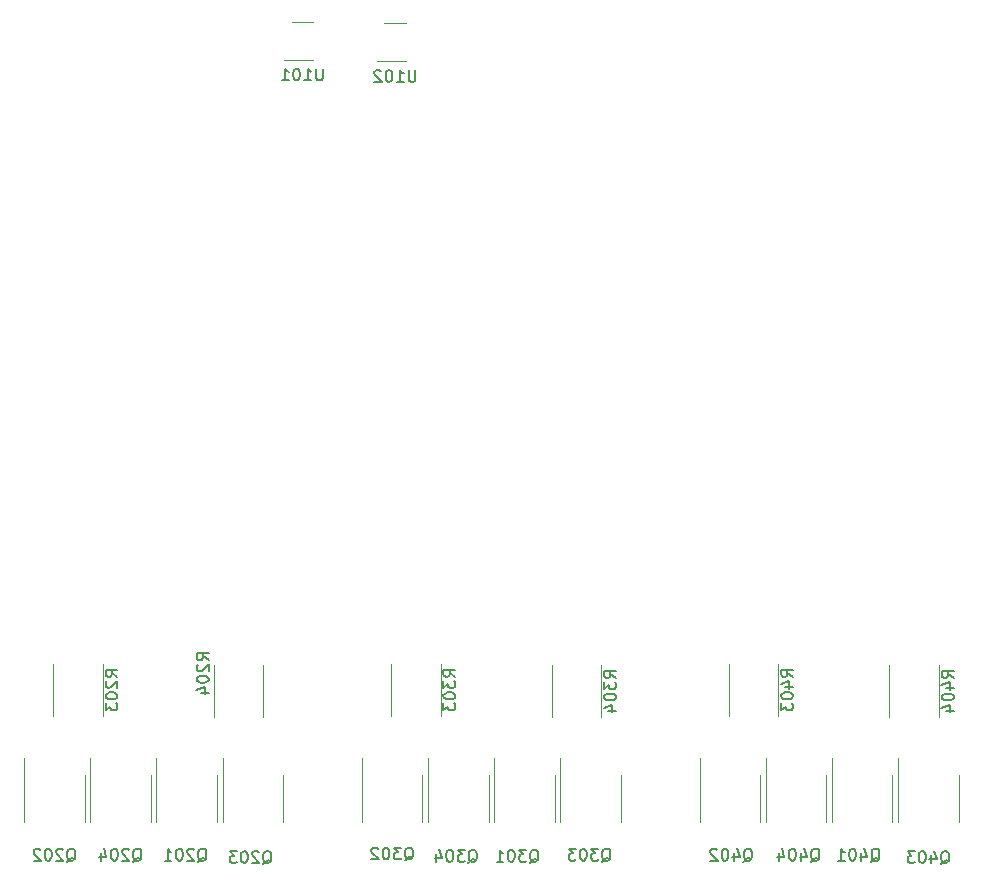
<source format=gbo>
G04 #@! TF.GenerationSoftware,KiCad,Pcbnew,5.1.9*
G04 #@! TF.CreationDate,2021-04-11T15:07:21-04:00*
G04 #@! TF.ProjectId,cnc-controller,636e632d-636f-46e7-9472-6f6c6c65722e,rev?*
G04 #@! TF.SameCoordinates,Original*
G04 #@! TF.FileFunction,Legend,Bot*
G04 #@! TF.FilePolarity,Positive*
%FSLAX46Y46*%
G04 Gerber Fmt 4.6, Leading zero omitted, Abs format (unit mm)*
G04 Created by KiCad (PCBNEW 5.1.9) date 2021-04-11 15:07:21*
%MOMM*%
%LPD*%
G01*
G04 APERTURE LIST*
%ADD10C,0.120000*%
%ADD11C,0.150000*%
G04 APERTURE END LIST*
D10*
X96300000Y-108677064D02*
X96300000Y-104322936D01*
X100500000Y-108677064D02*
X100500000Y-104322936D01*
X67700000Y-108677064D02*
X67700000Y-104322936D01*
X71900000Y-108677064D02*
X71900000Y-104322936D01*
X82700000Y-108577064D02*
X82700000Y-104222936D01*
X86900000Y-108577064D02*
X86900000Y-104222936D01*
X54100000Y-108577064D02*
X54100000Y-104222936D01*
X58300000Y-108577064D02*
X58300000Y-104222936D01*
X25500000Y-108577064D02*
X25500000Y-104222936D01*
X29700000Y-108577064D02*
X29700000Y-104222936D01*
X39100000Y-108677064D02*
X39100000Y-104322936D01*
X43300000Y-108677064D02*
X43300000Y-104322936D01*
X55350000Y-53185000D02*
X52900000Y-53185000D01*
X53550000Y-49965000D02*
X55350000Y-49965000D01*
X47525000Y-53060000D02*
X45075000Y-53060000D01*
X45725000Y-49840000D02*
X47525000Y-49840000D01*
X85840000Y-115600000D02*
X85840000Y-112150000D01*
X85840000Y-115600000D02*
X85840000Y-117550000D01*
X90960000Y-115600000D02*
X90960000Y-113650000D01*
X90960000Y-115600000D02*
X90960000Y-117550000D01*
X97040000Y-115600000D02*
X97040000Y-112150000D01*
X97040000Y-115600000D02*
X97040000Y-117550000D01*
X102160000Y-115600000D02*
X102160000Y-113650000D01*
X102160000Y-115600000D02*
X102160000Y-117550000D01*
X80240000Y-115600000D02*
X80240000Y-112150000D01*
X80240000Y-115600000D02*
X80240000Y-117550000D01*
X85360000Y-115600000D02*
X85360000Y-113650000D01*
X85360000Y-115600000D02*
X85360000Y-117550000D01*
X91440000Y-115600000D02*
X91440000Y-112150000D01*
X91440000Y-115600000D02*
X91440000Y-117550000D01*
X96560000Y-115600000D02*
X96560000Y-113650000D01*
X96560000Y-115600000D02*
X96560000Y-117550000D01*
X57240000Y-115600000D02*
X57240000Y-112150000D01*
X57240000Y-115600000D02*
X57240000Y-117550000D01*
X62360000Y-115600000D02*
X62360000Y-113650000D01*
X62360000Y-115600000D02*
X62360000Y-117550000D01*
X68440000Y-115600000D02*
X68440000Y-112150000D01*
X68440000Y-115600000D02*
X68440000Y-117550000D01*
X73560000Y-115600000D02*
X73560000Y-113650000D01*
X73560000Y-115600000D02*
X73560000Y-117550000D01*
X51640000Y-115600000D02*
X51640000Y-112150000D01*
X51640000Y-115600000D02*
X51640000Y-117550000D01*
X56760000Y-115600000D02*
X56760000Y-113650000D01*
X56760000Y-115600000D02*
X56760000Y-117550000D01*
X62840000Y-115600000D02*
X62840000Y-112150000D01*
X62840000Y-115600000D02*
X62840000Y-117550000D01*
X67960000Y-115600000D02*
X67960000Y-113650000D01*
X67960000Y-115600000D02*
X67960000Y-117550000D01*
X28640000Y-115600000D02*
X28640000Y-112150000D01*
X28640000Y-115600000D02*
X28640000Y-117550000D01*
X33760000Y-115600000D02*
X33760000Y-113650000D01*
X33760000Y-115600000D02*
X33760000Y-117550000D01*
X39840000Y-115600000D02*
X39840000Y-112150000D01*
X39840000Y-115600000D02*
X39840000Y-117550000D01*
X44960000Y-115600000D02*
X44960000Y-113650000D01*
X44960000Y-115600000D02*
X44960000Y-117550000D01*
X23040000Y-115600000D02*
X23040000Y-112150000D01*
X23040000Y-115600000D02*
X23040000Y-117550000D01*
X28160000Y-115600000D02*
X28160000Y-113650000D01*
X28160000Y-115600000D02*
X28160000Y-117550000D01*
X34240000Y-115600000D02*
X34240000Y-112150000D01*
X34240000Y-115600000D02*
X34240000Y-117550000D01*
X39360000Y-115600000D02*
X39360000Y-113650000D01*
X39360000Y-115600000D02*
X39360000Y-117550000D01*
D11*
X101742380Y-105390952D02*
X101266190Y-105057619D01*
X101742380Y-104819523D02*
X100742380Y-104819523D01*
X100742380Y-105200476D01*
X100790000Y-105295714D01*
X100837619Y-105343333D01*
X100932857Y-105390952D01*
X101075714Y-105390952D01*
X101170952Y-105343333D01*
X101218571Y-105295714D01*
X101266190Y-105200476D01*
X101266190Y-104819523D01*
X101075714Y-106248095D02*
X101742380Y-106248095D01*
X100694761Y-106010000D02*
X101409047Y-105771904D01*
X101409047Y-106390952D01*
X100742380Y-106962380D02*
X100742380Y-107057619D01*
X100790000Y-107152857D01*
X100837619Y-107200476D01*
X100932857Y-107248095D01*
X101123333Y-107295714D01*
X101361428Y-107295714D01*
X101551904Y-107248095D01*
X101647142Y-107200476D01*
X101694761Y-107152857D01*
X101742380Y-107057619D01*
X101742380Y-106962380D01*
X101694761Y-106867142D01*
X101647142Y-106819523D01*
X101551904Y-106771904D01*
X101361428Y-106724285D01*
X101123333Y-106724285D01*
X100932857Y-106771904D01*
X100837619Y-106819523D01*
X100790000Y-106867142D01*
X100742380Y-106962380D01*
X101075714Y-108152857D02*
X101742380Y-108152857D01*
X100694761Y-107914761D02*
X101409047Y-107676666D01*
X101409047Y-108295714D01*
X73142380Y-105390952D02*
X72666190Y-105057619D01*
X73142380Y-104819523D02*
X72142380Y-104819523D01*
X72142380Y-105200476D01*
X72190000Y-105295714D01*
X72237619Y-105343333D01*
X72332857Y-105390952D01*
X72475714Y-105390952D01*
X72570952Y-105343333D01*
X72618571Y-105295714D01*
X72666190Y-105200476D01*
X72666190Y-104819523D01*
X72142380Y-105724285D02*
X72142380Y-106343333D01*
X72523333Y-106010000D01*
X72523333Y-106152857D01*
X72570952Y-106248095D01*
X72618571Y-106295714D01*
X72713809Y-106343333D01*
X72951904Y-106343333D01*
X73047142Y-106295714D01*
X73094761Y-106248095D01*
X73142380Y-106152857D01*
X73142380Y-105867142D01*
X73094761Y-105771904D01*
X73047142Y-105724285D01*
X72142380Y-106962380D02*
X72142380Y-107057619D01*
X72190000Y-107152857D01*
X72237619Y-107200476D01*
X72332857Y-107248095D01*
X72523333Y-107295714D01*
X72761428Y-107295714D01*
X72951904Y-107248095D01*
X73047142Y-107200476D01*
X73094761Y-107152857D01*
X73142380Y-107057619D01*
X73142380Y-106962380D01*
X73094761Y-106867142D01*
X73047142Y-106819523D01*
X72951904Y-106771904D01*
X72761428Y-106724285D01*
X72523333Y-106724285D01*
X72332857Y-106771904D01*
X72237619Y-106819523D01*
X72190000Y-106867142D01*
X72142380Y-106962380D01*
X72475714Y-108152857D02*
X73142380Y-108152857D01*
X72094761Y-107914761D02*
X72809047Y-107676666D01*
X72809047Y-108295714D01*
X88142380Y-105290952D02*
X87666190Y-104957619D01*
X88142380Y-104719523D02*
X87142380Y-104719523D01*
X87142380Y-105100476D01*
X87190000Y-105195714D01*
X87237619Y-105243333D01*
X87332857Y-105290952D01*
X87475714Y-105290952D01*
X87570952Y-105243333D01*
X87618571Y-105195714D01*
X87666190Y-105100476D01*
X87666190Y-104719523D01*
X87475714Y-106148095D02*
X88142380Y-106148095D01*
X87094761Y-105910000D02*
X87809047Y-105671904D01*
X87809047Y-106290952D01*
X87142380Y-106862380D02*
X87142380Y-106957619D01*
X87190000Y-107052857D01*
X87237619Y-107100476D01*
X87332857Y-107148095D01*
X87523333Y-107195714D01*
X87761428Y-107195714D01*
X87951904Y-107148095D01*
X88047142Y-107100476D01*
X88094761Y-107052857D01*
X88142380Y-106957619D01*
X88142380Y-106862380D01*
X88094761Y-106767142D01*
X88047142Y-106719523D01*
X87951904Y-106671904D01*
X87761428Y-106624285D01*
X87523333Y-106624285D01*
X87332857Y-106671904D01*
X87237619Y-106719523D01*
X87190000Y-106767142D01*
X87142380Y-106862380D01*
X87142380Y-107529047D02*
X87142380Y-108148095D01*
X87523333Y-107814761D01*
X87523333Y-107957619D01*
X87570952Y-108052857D01*
X87618571Y-108100476D01*
X87713809Y-108148095D01*
X87951904Y-108148095D01*
X88047142Y-108100476D01*
X88094761Y-108052857D01*
X88142380Y-107957619D01*
X88142380Y-107671904D01*
X88094761Y-107576666D01*
X88047142Y-107529047D01*
X59542380Y-105290952D02*
X59066190Y-104957619D01*
X59542380Y-104719523D02*
X58542380Y-104719523D01*
X58542380Y-105100476D01*
X58590000Y-105195714D01*
X58637619Y-105243333D01*
X58732857Y-105290952D01*
X58875714Y-105290952D01*
X58970952Y-105243333D01*
X59018571Y-105195714D01*
X59066190Y-105100476D01*
X59066190Y-104719523D01*
X58542380Y-105624285D02*
X58542380Y-106243333D01*
X58923333Y-105910000D01*
X58923333Y-106052857D01*
X58970952Y-106148095D01*
X59018571Y-106195714D01*
X59113809Y-106243333D01*
X59351904Y-106243333D01*
X59447142Y-106195714D01*
X59494761Y-106148095D01*
X59542380Y-106052857D01*
X59542380Y-105767142D01*
X59494761Y-105671904D01*
X59447142Y-105624285D01*
X58542380Y-106862380D02*
X58542380Y-106957619D01*
X58590000Y-107052857D01*
X58637619Y-107100476D01*
X58732857Y-107148095D01*
X58923333Y-107195714D01*
X59161428Y-107195714D01*
X59351904Y-107148095D01*
X59447142Y-107100476D01*
X59494761Y-107052857D01*
X59542380Y-106957619D01*
X59542380Y-106862380D01*
X59494761Y-106767142D01*
X59447142Y-106719523D01*
X59351904Y-106671904D01*
X59161428Y-106624285D01*
X58923333Y-106624285D01*
X58732857Y-106671904D01*
X58637619Y-106719523D01*
X58590000Y-106767142D01*
X58542380Y-106862380D01*
X58542380Y-107529047D02*
X58542380Y-108148095D01*
X58923333Y-107814761D01*
X58923333Y-107957619D01*
X58970952Y-108052857D01*
X59018571Y-108100476D01*
X59113809Y-108148095D01*
X59351904Y-108148095D01*
X59447142Y-108100476D01*
X59494761Y-108052857D01*
X59542380Y-107957619D01*
X59542380Y-107671904D01*
X59494761Y-107576666D01*
X59447142Y-107529047D01*
X30942380Y-105290952D02*
X30466190Y-104957619D01*
X30942380Y-104719523D02*
X29942380Y-104719523D01*
X29942380Y-105100476D01*
X29990000Y-105195714D01*
X30037619Y-105243333D01*
X30132857Y-105290952D01*
X30275714Y-105290952D01*
X30370952Y-105243333D01*
X30418571Y-105195714D01*
X30466190Y-105100476D01*
X30466190Y-104719523D01*
X30037619Y-105671904D02*
X29990000Y-105719523D01*
X29942380Y-105814761D01*
X29942380Y-106052857D01*
X29990000Y-106148095D01*
X30037619Y-106195714D01*
X30132857Y-106243333D01*
X30228095Y-106243333D01*
X30370952Y-106195714D01*
X30942380Y-105624285D01*
X30942380Y-106243333D01*
X29942380Y-106862380D02*
X29942380Y-106957619D01*
X29990000Y-107052857D01*
X30037619Y-107100476D01*
X30132857Y-107148095D01*
X30323333Y-107195714D01*
X30561428Y-107195714D01*
X30751904Y-107148095D01*
X30847142Y-107100476D01*
X30894761Y-107052857D01*
X30942380Y-106957619D01*
X30942380Y-106862380D01*
X30894761Y-106767142D01*
X30847142Y-106719523D01*
X30751904Y-106671904D01*
X30561428Y-106624285D01*
X30323333Y-106624285D01*
X30132857Y-106671904D01*
X30037619Y-106719523D01*
X29990000Y-106767142D01*
X29942380Y-106862380D01*
X29942380Y-107529047D02*
X29942380Y-108148095D01*
X30323333Y-107814761D01*
X30323333Y-107957619D01*
X30370952Y-108052857D01*
X30418571Y-108100476D01*
X30513809Y-108148095D01*
X30751904Y-108148095D01*
X30847142Y-108100476D01*
X30894761Y-108052857D01*
X30942380Y-107957619D01*
X30942380Y-107671904D01*
X30894761Y-107576666D01*
X30847142Y-107529047D01*
X38652380Y-103880952D02*
X38176190Y-103547619D01*
X38652380Y-103309523D02*
X37652380Y-103309523D01*
X37652380Y-103690476D01*
X37700000Y-103785714D01*
X37747619Y-103833333D01*
X37842857Y-103880952D01*
X37985714Y-103880952D01*
X38080952Y-103833333D01*
X38128571Y-103785714D01*
X38176190Y-103690476D01*
X38176190Y-103309523D01*
X37747619Y-104261904D02*
X37700000Y-104309523D01*
X37652380Y-104404761D01*
X37652380Y-104642857D01*
X37700000Y-104738095D01*
X37747619Y-104785714D01*
X37842857Y-104833333D01*
X37938095Y-104833333D01*
X38080952Y-104785714D01*
X38652380Y-104214285D01*
X38652380Y-104833333D01*
X37652380Y-105452380D02*
X37652380Y-105547619D01*
X37700000Y-105642857D01*
X37747619Y-105690476D01*
X37842857Y-105738095D01*
X38033333Y-105785714D01*
X38271428Y-105785714D01*
X38461904Y-105738095D01*
X38557142Y-105690476D01*
X38604761Y-105642857D01*
X38652380Y-105547619D01*
X38652380Y-105452380D01*
X38604761Y-105357142D01*
X38557142Y-105309523D01*
X38461904Y-105261904D01*
X38271428Y-105214285D01*
X38033333Y-105214285D01*
X37842857Y-105261904D01*
X37747619Y-105309523D01*
X37700000Y-105357142D01*
X37652380Y-105452380D01*
X37985714Y-106642857D02*
X38652380Y-106642857D01*
X37604761Y-106404761D02*
X38319047Y-106166666D01*
X38319047Y-106785714D01*
X56164285Y-53927380D02*
X56164285Y-54736904D01*
X56116666Y-54832142D01*
X56069047Y-54879761D01*
X55973809Y-54927380D01*
X55783333Y-54927380D01*
X55688095Y-54879761D01*
X55640476Y-54832142D01*
X55592857Y-54736904D01*
X55592857Y-53927380D01*
X54592857Y-54927380D02*
X55164285Y-54927380D01*
X54878571Y-54927380D02*
X54878571Y-53927380D01*
X54973809Y-54070238D01*
X55069047Y-54165476D01*
X55164285Y-54213095D01*
X53973809Y-53927380D02*
X53878571Y-53927380D01*
X53783333Y-53975000D01*
X53735714Y-54022619D01*
X53688095Y-54117857D01*
X53640476Y-54308333D01*
X53640476Y-54546428D01*
X53688095Y-54736904D01*
X53735714Y-54832142D01*
X53783333Y-54879761D01*
X53878571Y-54927380D01*
X53973809Y-54927380D01*
X54069047Y-54879761D01*
X54116666Y-54832142D01*
X54164285Y-54736904D01*
X54211904Y-54546428D01*
X54211904Y-54308333D01*
X54164285Y-54117857D01*
X54116666Y-54022619D01*
X54069047Y-53975000D01*
X53973809Y-53927380D01*
X53259523Y-54022619D02*
X53211904Y-53975000D01*
X53116666Y-53927380D01*
X52878571Y-53927380D01*
X52783333Y-53975000D01*
X52735714Y-54022619D01*
X52688095Y-54117857D01*
X52688095Y-54213095D01*
X52735714Y-54355952D01*
X53307142Y-54927380D01*
X52688095Y-54927380D01*
X48339285Y-53802380D02*
X48339285Y-54611904D01*
X48291666Y-54707142D01*
X48244047Y-54754761D01*
X48148809Y-54802380D01*
X47958333Y-54802380D01*
X47863095Y-54754761D01*
X47815476Y-54707142D01*
X47767857Y-54611904D01*
X47767857Y-53802380D01*
X46767857Y-54802380D02*
X47339285Y-54802380D01*
X47053571Y-54802380D02*
X47053571Y-53802380D01*
X47148809Y-53945238D01*
X47244047Y-54040476D01*
X47339285Y-54088095D01*
X46148809Y-53802380D02*
X46053571Y-53802380D01*
X45958333Y-53850000D01*
X45910714Y-53897619D01*
X45863095Y-53992857D01*
X45815476Y-54183333D01*
X45815476Y-54421428D01*
X45863095Y-54611904D01*
X45910714Y-54707142D01*
X45958333Y-54754761D01*
X46053571Y-54802380D01*
X46148809Y-54802380D01*
X46244047Y-54754761D01*
X46291666Y-54707142D01*
X46339285Y-54611904D01*
X46386904Y-54421428D01*
X46386904Y-54183333D01*
X46339285Y-53992857D01*
X46291666Y-53897619D01*
X46244047Y-53850000D01*
X46148809Y-53802380D01*
X44863095Y-54802380D02*
X45434523Y-54802380D01*
X45148809Y-54802380D02*
X45148809Y-53802380D01*
X45244047Y-53945238D01*
X45339285Y-54040476D01*
X45434523Y-54088095D01*
X89647619Y-120947619D02*
X89742857Y-120900000D01*
X89838095Y-120804761D01*
X89980952Y-120661904D01*
X90076190Y-120614285D01*
X90171428Y-120614285D01*
X90123809Y-120852380D02*
X90219047Y-120804761D01*
X90314285Y-120709523D01*
X90361904Y-120519047D01*
X90361904Y-120185714D01*
X90314285Y-119995238D01*
X90219047Y-119900000D01*
X90123809Y-119852380D01*
X89933333Y-119852380D01*
X89838095Y-119900000D01*
X89742857Y-119995238D01*
X89695238Y-120185714D01*
X89695238Y-120519047D01*
X89742857Y-120709523D01*
X89838095Y-120804761D01*
X89933333Y-120852380D01*
X90123809Y-120852380D01*
X88838095Y-120185714D02*
X88838095Y-120852380D01*
X89076190Y-119804761D02*
X89314285Y-120519047D01*
X88695238Y-120519047D01*
X88123809Y-119852380D02*
X88028571Y-119852380D01*
X87933333Y-119900000D01*
X87885714Y-119947619D01*
X87838095Y-120042857D01*
X87790476Y-120233333D01*
X87790476Y-120471428D01*
X87838095Y-120661904D01*
X87885714Y-120757142D01*
X87933333Y-120804761D01*
X88028571Y-120852380D01*
X88123809Y-120852380D01*
X88219047Y-120804761D01*
X88266666Y-120757142D01*
X88314285Y-120661904D01*
X88361904Y-120471428D01*
X88361904Y-120233333D01*
X88314285Y-120042857D01*
X88266666Y-119947619D01*
X88219047Y-119900000D01*
X88123809Y-119852380D01*
X86933333Y-120185714D02*
X86933333Y-120852380D01*
X87171428Y-119804761D02*
X87409523Y-120519047D01*
X86790476Y-120519047D01*
X100647619Y-121147619D02*
X100742857Y-121100000D01*
X100838095Y-121004761D01*
X100980952Y-120861904D01*
X101076190Y-120814285D01*
X101171428Y-120814285D01*
X101123809Y-121052380D02*
X101219047Y-121004761D01*
X101314285Y-120909523D01*
X101361904Y-120719047D01*
X101361904Y-120385714D01*
X101314285Y-120195238D01*
X101219047Y-120100000D01*
X101123809Y-120052380D01*
X100933333Y-120052380D01*
X100838095Y-120100000D01*
X100742857Y-120195238D01*
X100695238Y-120385714D01*
X100695238Y-120719047D01*
X100742857Y-120909523D01*
X100838095Y-121004761D01*
X100933333Y-121052380D01*
X101123809Y-121052380D01*
X99838095Y-120385714D02*
X99838095Y-121052380D01*
X100076190Y-120004761D02*
X100314285Y-120719047D01*
X99695238Y-120719047D01*
X99123809Y-120052380D02*
X99028571Y-120052380D01*
X98933333Y-120100000D01*
X98885714Y-120147619D01*
X98838095Y-120242857D01*
X98790476Y-120433333D01*
X98790476Y-120671428D01*
X98838095Y-120861904D01*
X98885714Y-120957142D01*
X98933333Y-121004761D01*
X99028571Y-121052380D01*
X99123809Y-121052380D01*
X99219047Y-121004761D01*
X99266666Y-120957142D01*
X99314285Y-120861904D01*
X99361904Y-120671428D01*
X99361904Y-120433333D01*
X99314285Y-120242857D01*
X99266666Y-120147619D01*
X99219047Y-120100000D01*
X99123809Y-120052380D01*
X98457142Y-120052380D02*
X97838095Y-120052380D01*
X98171428Y-120433333D01*
X98028571Y-120433333D01*
X97933333Y-120480952D01*
X97885714Y-120528571D01*
X97838095Y-120623809D01*
X97838095Y-120861904D01*
X97885714Y-120957142D01*
X97933333Y-121004761D01*
X98028571Y-121052380D01*
X98314285Y-121052380D01*
X98409523Y-121004761D01*
X98457142Y-120957142D01*
X83947619Y-120947619D02*
X84042857Y-120900000D01*
X84138095Y-120804761D01*
X84280952Y-120661904D01*
X84376190Y-120614285D01*
X84471428Y-120614285D01*
X84423809Y-120852380D02*
X84519047Y-120804761D01*
X84614285Y-120709523D01*
X84661904Y-120519047D01*
X84661904Y-120185714D01*
X84614285Y-119995238D01*
X84519047Y-119900000D01*
X84423809Y-119852380D01*
X84233333Y-119852380D01*
X84138095Y-119900000D01*
X84042857Y-119995238D01*
X83995238Y-120185714D01*
X83995238Y-120519047D01*
X84042857Y-120709523D01*
X84138095Y-120804761D01*
X84233333Y-120852380D01*
X84423809Y-120852380D01*
X83138095Y-120185714D02*
X83138095Y-120852380D01*
X83376190Y-119804761D02*
X83614285Y-120519047D01*
X82995238Y-120519047D01*
X82423809Y-119852380D02*
X82328571Y-119852380D01*
X82233333Y-119900000D01*
X82185714Y-119947619D01*
X82138095Y-120042857D01*
X82090476Y-120233333D01*
X82090476Y-120471428D01*
X82138095Y-120661904D01*
X82185714Y-120757142D01*
X82233333Y-120804761D01*
X82328571Y-120852380D01*
X82423809Y-120852380D01*
X82519047Y-120804761D01*
X82566666Y-120757142D01*
X82614285Y-120661904D01*
X82661904Y-120471428D01*
X82661904Y-120233333D01*
X82614285Y-120042857D01*
X82566666Y-119947619D01*
X82519047Y-119900000D01*
X82423809Y-119852380D01*
X81709523Y-119947619D02*
X81661904Y-119900000D01*
X81566666Y-119852380D01*
X81328571Y-119852380D01*
X81233333Y-119900000D01*
X81185714Y-119947619D01*
X81138095Y-120042857D01*
X81138095Y-120138095D01*
X81185714Y-120280952D01*
X81757142Y-120852380D01*
X81138095Y-120852380D01*
X94747619Y-120947619D02*
X94842857Y-120900000D01*
X94938095Y-120804761D01*
X95080952Y-120661904D01*
X95176190Y-120614285D01*
X95271428Y-120614285D01*
X95223809Y-120852380D02*
X95319047Y-120804761D01*
X95414285Y-120709523D01*
X95461904Y-120519047D01*
X95461904Y-120185714D01*
X95414285Y-119995238D01*
X95319047Y-119900000D01*
X95223809Y-119852380D01*
X95033333Y-119852380D01*
X94938095Y-119900000D01*
X94842857Y-119995238D01*
X94795238Y-120185714D01*
X94795238Y-120519047D01*
X94842857Y-120709523D01*
X94938095Y-120804761D01*
X95033333Y-120852380D01*
X95223809Y-120852380D01*
X93938095Y-120185714D02*
X93938095Y-120852380D01*
X94176190Y-119804761D02*
X94414285Y-120519047D01*
X93795238Y-120519047D01*
X93223809Y-119852380D02*
X93128571Y-119852380D01*
X93033333Y-119900000D01*
X92985714Y-119947619D01*
X92938095Y-120042857D01*
X92890476Y-120233333D01*
X92890476Y-120471428D01*
X92938095Y-120661904D01*
X92985714Y-120757142D01*
X93033333Y-120804761D01*
X93128571Y-120852380D01*
X93223809Y-120852380D01*
X93319047Y-120804761D01*
X93366666Y-120757142D01*
X93414285Y-120661904D01*
X93461904Y-120471428D01*
X93461904Y-120233333D01*
X93414285Y-120042857D01*
X93366666Y-119947619D01*
X93319047Y-119900000D01*
X93223809Y-119852380D01*
X91938095Y-120852380D02*
X92509523Y-120852380D01*
X92223809Y-120852380D02*
X92223809Y-119852380D01*
X92319047Y-119995238D01*
X92414285Y-120090476D01*
X92509523Y-120138095D01*
X60647619Y-121047619D02*
X60742857Y-121000000D01*
X60838095Y-120904761D01*
X60980952Y-120761904D01*
X61076190Y-120714285D01*
X61171428Y-120714285D01*
X61123809Y-120952380D02*
X61219047Y-120904761D01*
X61314285Y-120809523D01*
X61361904Y-120619047D01*
X61361904Y-120285714D01*
X61314285Y-120095238D01*
X61219047Y-120000000D01*
X61123809Y-119952380D01*
X60933333Y-119952380D01*
X60838095Y-120000000D01*
X60742857Y-120095238D01*
X60695238Y-120285714D01*
X60695238Y-120619047D01*
X60742857Y-120809523D01*
X60838095Y-120904761D01*
X60933333Y-120952380D01*
X61123809Y-120952380D01*
X60361904Y-119952380D02*
X59742857Y-119952380D01*
X60076190Y-120333333D01*
X59933333Y-120333333D01*
X59838095Y-120380952D01*
X59790476Y-120428571D01*
X59742857Y-120523809D01*
X59742857Y-120761904D01*
X59790476Y-120857142D01*
X59838095Y-120904761D01*
X59933333Y-120952380D01*
X60219047Y-120952380D01*
X60314285Y-120904761D01*
X60361904Y-120857142D01*
X59123809Y-119952380D02*
X59028571Y-119952380D01*
X58933333Y-120000000D01*
X58885714Y-120047619D01*
X58838095Y-120142857D01*
X58790476Y-120333333D01*
X58790476Y-120571428D01*
X58838095Y-120761904D01*
X58885714Y-120857142D01*
X58933333Y-120904761D01*
X59028571Y-120952380D01*
X59123809Y-120952380D01*
X59219047Y-120904761D01*
X59266666Y-120857142D01*
X59314285Y-120761904D01*
X59361904Y-120571428D01*
X59361904Y-120333333D01*
X59314285Y-120142857D01*
X59266666Y-120047619D01*
X59219047Y-120000000D01*
X59123809Y-119952380D01*
X57933333Y-120285714D02*
X57933333Y-120952380D01*
X58171428Y-119904761D02*
X58409523Y-120619047D01*
X57790476Y-120619047D01*
X71947619Y-120947619D02*
X72042857Y-120900000D01*
X72138095Y-120804761D01*
X72280952Y-120661904D01*
X72376190Y-120614285D01*
X72471428Y-120614285D01*
X72423809Y-120852380D02*
X72519047Y-120804761D01*
X72614285Y-120709523D01*
X72661904Y-120519047D01*
X72661904Y-120185714D01*
X72614285Y-119995238D01*
X72519047Y-119900000D01*
X72423809Y-119852380D01*
X72233333Y-119852380D01*
X72138095Y-119900000D01*
X72042857Y-119995238D01*
X71995238Y-120185714D01*
X71995238Y-120519047D01*
X72042857Y-120709523D01*
X72138095Y-120804761D01*
X72233333Y-120852380D01*
X72423809Y-120852380D01*
X71661904Y-119852380D02*
X71042857Y-119852380D01*
X71376190Y-120233333D01*
X71233333Y-120233333D01*
X71138095Y-120280952D01*
X71090476Y-120328571D01*
X71042857Y-120423809D01*
X71042857Y-120661904D01*
X71090476Y-120757142D01*
X71138095Y-120804761D01*
X71233333Y-120852380D01*
X71519047Y-120852380D01*
X71614285Y-120804761D01*
X71661904Y-120757142D01*
X70423809Y-119852380D02*
X70328571Y-119852380D01*
X70233333Y-119900000D01*
X70185714Y-119947619D01*
X70138095Y-120042857D01*
X70090476Y-120233333D01*
X70090476Y-120471428D01*
X70138095Y-120661904D01*
X70185714Y-120757142D01*
X70233333Y-120804761D01*
X70328571Y-120852380D01*
X70423809Y-120852380D01*
X70519047Y-120804761D01*
X70566666Y-120757142D01*
X70614285Y-120661904D01*
X70661904Y-120471428D01*
X70661904Y-120233333D01*
X70614285Y-120042857D01*
X70566666Y-119947619D01*
X70519047Y-119900000D01*
X70423809Y-119852380D01*
X69757142Y-119852380D02*
X69138095Y-119852380D01*
X69471428Y-120233333D01*
X69328571Y-120233333D01*
X69233333Y-120280952D01*
X69185714Y-120328571D01*
X69138095Y-120423809D01*
X69138095Y-120661904D01*
X69185714Y-120757142D01*
X69233333Y-120804761D01*
X69328571Y-120852380D01*
X69614285Y-120852380D01*
X69709523Y-120804761D01*
X69757142Y-120757142D01*
X55247619Y-120847619D02*
X55342857Y-120800000D01*
X55438095Y-120704761D01*
X55580952Y-120561904D01*
X55676190Y-120514285D01*
X55771428Y-120514285D01*
X55723809Y-120752380D02*
X55819047Y-120704761D01*
X55914285Y-120609523D01*
X55961904Y-120419047D01*
X55961904Y-120085714D01*
X55914285Y-119895238D01*
X55819047Y-119800000D01*
X55723809Y-119752380D01*
X55533333Y-119752380D01*
X55438095Y-119800000D01*
X55342857Y-119895238D01*
X55295238Y-120085714D01*
X55295238Y-120419047D01*
X55342857Y-120609523D01*
X55438095Y-120704761D01*
X55533333Y-120752380D01*
X55723809Y-120752380D01*
X54961904Y-119752380D02*
X54342857Y-119752380D01*
X54676190Y-120133333D01*
X54533333Y-120133333D01*
X54438095Y-120180952D01*
X54390476Y-120228571D01*
X54342857Y-120323809D01*
X54342857Y-120561904D01*
X54390476Y-120657142D01*
X54438095Y-120704761D01*
X54533333Y-120752380D01*
X54819047Y-120752380D01*
X54914285Y-120704761D01*
X54961904Y-120657142D01*
X53723809Y-119752380D02*
X53628571Y-119752380D01*
X53533333Y-119800000D01*
X53485714Y-119847619D01*
X53438095Y-119942857D01*
X53390476Y-120133333D01*
X53390476Y-120371428D01*
X53438095Y-120561904D01*
X53485714Y-120657142D01*
X53533333Y-120704761D01*
X53628571Y-120752380D01*
X53723809Y-120752380D01*
X53819047Y-120704761D01*
X53866666Y-120657142D01*
X53914285Y-120561904D01*
X53961904Y-120371428D01*
X53961904Y-120133333D01*
X53914285Y-119942857D01*
X53866666Y-119847619D01*
X53819047Y-119800000D01*
X53723809Y-119752380D01*
X53009523Y-119847619D02*
X52961904Y-119800000D01*
X52866666Y-119752380D01*
X52628571Y-119752380D01*
X52533333Y-119800000D01*
X52485714Y-119847619D01*
X52438095Y-119942857D01*
X52438095Y-120038095D01*
X52485714Y-120180952D01*
X53057142Y-120752380D01*
X52438095Y-120752380D01*
X65847619Y-121047619D02*
X65942857Y-121000000D01*
X66038095Y-120904761D01*
X66180952Y-120761904D01*
X66276190Y-120714285D01*
X66371428Y-120714285D01*
X66323809Y-120952380D02*
X66419047Y-120904761D01*
X66514285Y-120809523D01*
X66561904Y-120619047D01*
X66561904Y-120285714D01*
X66514285Y-120095238D01*
X66419047Y-120000000D01*
X66323809Y-119952380D01*
X66133333Y-119952380D01*
X66038095Y-120000000D01*
X65942857Y-120095238D01*
X65895238Y-120285714D01*
X65895238Y-120619047D01*
X65942857Y-120809523D01*
X66038095Y-120904761D01*
X66133333Y-120952380D01*
X66323809Y-120952380D01*
X65561904Y-119952380D02*
X64942857Y-119952380D01*
X65276190Y-120333333D01*
X65133333Y-120333333D01*
X65038095Y-120380952D01*
X64990476Y-120428571D01*
X64942857Y-120523809D01*
X64942857Y-120761904D01*
X64990476Y-120857142D01*
X65038095Y-120904761D01*
X65133333Y-120952380D01*
X65419047Y-120952380D01*
X65514285Y-120904761D01*
X65561904Y-120857142D01*
X64323809Y-119952380D02*
X64228571Y-119952380D01*
X64133333Y-120000000D01*
X64085714Y-120047619D01*
X64038095Y-120142857D01*
X63990476Y-120333333D01*
X63990476Y-120571428D01*
X64038095Y-120761904D01*
X64085714Y-120857142D01*
X64133333Y-120904761D01*
X64228571Y-120952380D01*
X64323809Y-120952380D01*
X64419047Y-120904761D01*
X64466666Y-120857142D01*
X64514285Y-120761904D01*
X64561904Y-120571428D01*
X64561904Y-120333333D01*
X64514285Y-120142857D01*
X64466666Y-120047619D01*
X64419047Y-120000000D01*
X64323809Y-119952380D01*
X63038095Y-120952380D02*
X63609523Y-120952380D01*
X63323809Y-120952380D02*
X63323809Y-119952380D01*
X63419047Y-120095238D01*
X63514285Y-120190476D01*
X63609523Y-120238095D01*
X32247619Y-120947619D02*
X32342857Y-120900000D01*
X32438095Y-120804761D01*
X32580952Y-120661904D01*
X32676190Y-120614285D01*
X32771428Y-120614285D01*
X32723809Y-120852380D02*
X32819047Y-120804761D01*
X32914285Y-120709523D01*
X32961904Y-120519047D01*
X32961904Y-120185714D01*
X32914285Y-119995238D01*
X32819047Y-119900000D01*
X32723809Y-119852380D01*
X32533333Y-119852380D01*
X32438095Y-119900000D01*
X32342857Y-119995238D01*
X32295238Y-120185714D01*
X32295238Y-120519047D01*
X32342857Y-120709523D01*
X32438095Y-120804761D01*
X32533333Y-120852380D01*
X32723809Y-120852380D01*
X31914285Y-119947619D02*
X31866666Y-119900000D01*
X31771428Y-119852380D01*
X31533333Y-119852380D01*
X31438095Y-119900000D01*
X31390476Y-119947619D01*
X31342857Y-120042857D01*
X31342857Y-120138095D01*
X31390476Y-120280952D01*
X31961904Y-120852380D01*
X31342857Y-120852380D01*
X30723809Y-119852380D02*
X30628571Y-119852380D01*
X30533333Y-119900000D01*
X30485714Y-119947619D01*
X30438095Y-120042857D01*
X30390476Y-120233333D01*
X30390476Y-120471428D01*
X30438095Y-120661904D01*
X30485714Y-120757142D01*
X30533333Y-120804761D01*
X30628571Y-120852380D01*
X30723809Y-120852380D01*
X30819047Y-120804761D01*
X30866666Y-120757142D01*
X30914285Y-120661904D01*
X30961904Y-120471428D01*
X30961904Y-120233333D01*
X30914285Y-120042857D01*
X30866666Y-119947619D01*
X30819047Y-119900000D01*
X30723809Y-119852380D01*
X29533333Y-120185714D02*
X29533333Y-120852380D01*
X29771428Y-119804761D02*
X30009523Y-120519047D01*
X29390476Y-120519047D01*
X43247619Y-121147619D02*
X43342857Y-121100000D01*
X43438095Y-121004761D01*
X43580952Y-120861904D01*
X43676190Y-120814285D01*
X43771428Y-120814285D01*
X43723809Y-121052380D02*
X43819047Y-121004761D01*
X43914285Y-120909523D01*
X43961904Y-120719047D01*
X43961904Y-120385714D01*
X43914285Y-120195238D01*
X43819047Y-120100000D01*
X43723809Y-120052380D01*
X43533333Y-120052380D01*
X43438095Y-120100000D01*
X43342857Y-120195238D01*
X43295238Y-120385714D01*
X43295238Y-120719047D01*
X43342857Y-120909523D01*
X43438095Y-121004761D01*
X43533333Y-121052380D01*
X43723809Y-121052380D01*
X42914285Y-120147619D02*
X42866666Y-120100000D01*
X42771428Y-120052380D01*
X42533333Y-120052380D01*
X42438095Y-120100000D01*
X42390476Y-120147619D01*
X42342857Y-120242857D01*
X42342857Y-120338095D01*
X42390476Y-120480952D01*
X42961904Y-121052380D01*
X42342857Y-121052380D01*
X41723809Y-120052380D02*
X41628571Y-120052380D01*
X41533333Y-120100000D01*
X41485714Y-120147619D01*
X41438095Y-120242857D01*
X41390476Y-120433333D01*
X41390476Y-120671428D01*
X41438095Y-120861904D01*
X41485714Y-120957142D01*
X41533333Y-121004761D01*
X41628571Y-121052380D01*
X41723809Y-121052380D01*
X41819047Y-121004761D01*
X41866666Y-120957142D01*
X41914285Y-120861904D01*
X41961904Y-120671428D01*
X41961904Y-120433333D01*
X41914285Y-120242857D01*
X41866666Y-120147619D01*
X41819047Y-120100000D01*
X41723809Y-120052380D01*
X41057142Y-120052380D02*
X40438095Y-120052380D01*
X40771428Y-120433333D01*
X40628571Y-120433333D01*
X40533333Y-120480952D01*
X40485714Y-120528571D01*
X40438095Y-120623809D01*
X40438095Y-120861904D01*
X40485714Y-120957142D01*
X40533333Y-121004761D01*
X40628571Y-121052380D01*
X40914285Y-121052380D01*
X41009523Y-121004761D01*
X41057142Y-120957142D01*
X26647619Y-120947619D02*
X26742857Y-120900000D01*
X26838095Y-120804761D01*
X26980952Y-120661904D01*
X27076190Y-120614285D01*
X27171428Y-120614285D01*
X27123809Y-120852380D02*
X27219047Y-120804761D01*
X27314285Y-120709523D01*
X27361904Y-120519047D01*
X27361904Y-120185714D01*
X27314285Y-119995238D01*
X27219047Y-119900000D01*
X27123809Y-119852380D01*
X26933333Y-119852380D01*
X26838095Y-119900000D01*
X26742857Y-119995238D01*
X26695238Y-120185714D01*
X26695238Y-120519047D01*
X26742857Y-120709523D01*
X26838095Y-120804761D01*
X26933333Y-120852380D01*
X27123809Y-120852380D01*
X26314285Y-119947619D02*
X26266666Y-119900000D01*
X26171428Y-119852380D01*
X25933333Y-119852380D01*
X25838095Y-119900000D01*
X25790476Y-119947619D01*
X25742857Y-120042857D01*
X25742857Y-120138095D01*
X25790476Y-120280952D01*
X26361904Y-120852380D01*
X25742857Y-120852380D01*
X25123809Y-119852380D02*
X25028571Y-119852380D01*
X24933333Y-119900000D01*
X24885714Y-119947619D01*
X24838095Y-120042857D01*
X24790476Y-120233333D01*
X24790476Y-120471428D01*
X24838095Y-120661904D01*
X24885714Y-120757142D01*
X24933333Y-120804761D01*
X25028571Y-120852380D01*
X25123809Y-120852380D01*
X25219047Y-120804761D01*
X25266666Y-120757142D01*
X25314285Y-120661904D01*
X25361904Y-120471428D01*
X25361904Y-120233333D01*
X25314285Y-120042857D01*
X25266666Y-119947619D01*
X25219047Y-119900000D01*
X25123809Y-119852380D01*
X24409523Y-119947619D02*
X24361904Y-119900000D01*
X24266666Y-119852380D01*
X24028571Y-119852380D01*
X23933333Y-119900000D01*
X23885714Y-119947619D01*
X23838095Y-120042857D01*
X23838095Y-120138095D01*
X23885714Y-120280952D01*
X24457142Y-120852380D01*
X23838095Y-120852380D01*
X37747619Y-120947619D02*
X37842857Y-120900000D01*
X37938095Y-120804761D01*
X38080952Y-120661904D01*
X38176190Y-120614285D01*
X38271428Y-120614285D01*
X38223809Y-120852380D02*
X38319047Y-120804761D01*
X38414285Y-120709523D01*
X38461904Y-120519047D01*
X38461904Y-120185714D01*
X38414285Y-119995238D01*
X38319047Y-119900000D01*
X38223809Y-119852380D01*
X38033333Y-119852380D01*
X37938095Y-119900000D01*
X37842857Y-119995238D01*
X37795238Y-120185714D01*
X37795238Y-120519047D01*
X37842857Y-120709523D01*
X37938095Y-120804761D01*
X38033333Y-120852380D01*
X38223809Y-120852380D01*
X37414285Y-119947619D02*
X37366666Y-119900000D01*
X37271428Y-119852380D01*
X37033333Y-119852380D01*
X36938095Y-119900000D01*
X36890476Y-119947619D01*
X36842857Y-120042857D01*
X36842857Y-120138095D01*
X36890476Y-120280952D01*
X37461904Y-120852380D01*
X36842857Y-120852380D01*
X36223809Y-119852380D02*
X36128571Y-119852380D01*
X36033333Y-119900000D01*
X35985714Y-119947619D01*
X35938095Y-120042857D01*
X35890476Y-120233333D01*
X35890476Y-120471428D01*
X35938095Y-120661904D01*
X35985714Y-120757142D01*
X36033333Y-120804761D01*
X36128571Y-120852380D01*
X36223809Y-120852380D01*
X36319047Y-120804761D01*
X36366666Y-120757142D01*
X36414285Y-120661904D01*
X36461904Y-120471428D01*
X36461904Y-120233333D01*
X36414285Y-120042857D01*
X36366666Y-119947619D01*
X36319047Y-119900000D01*
X36223809Y-119852380D01*
X34938095Y-120852380D02*
X35509523Y-120852380D01*
X35223809Y-120852380D02*
X35223809Y-119852380D01*
X35319047Y-119995238D01*
X35414285Y-120090476D01*
X35509523Y-120138095D01*
M02*

</source>
